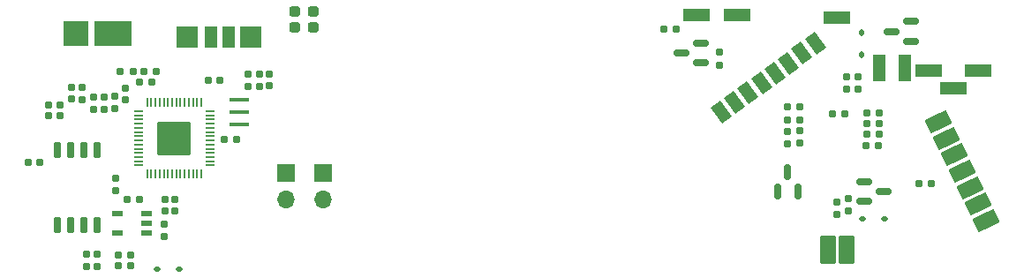
<source format=gbr>
%TF.GenerationSoftware,KiCad,Pcbnew,(7.0.0)*%
%TF.CreationDate,2023-05-05T15:28:03+08:00*%
%TF.ProjectId,opsx_x,6f707378-5f78-42e6-9b69-6361645f7063,2*%
%TF.SameCoordinates,PX18392c0PY51a2700*%
%TF.FileFunction,Soldermask,Top*%
%TF.FilePolarity,Negative*%
%FSLAX46Y46*%
G04 Gerber Fmt 4.6, Leading zero omitted, Abs format (unit mm)*
G04 Created by KiCad (PCBNEW (7.0.0)) date 2023-05-05 15:28:03*
%MOMM*%
%LPD*%
G01*
G04 APERTURE LIST*
G04 Aperture macros list*
%AMRoundRect*
0 Rectangle with rounded corners*
0 $1 Rounding radius*
0 $2 $3 $4 $5 $6 $7 $8 $9 X,Y pos of 4 corners*
0 Add a 4 corners polygon primitive as box body*
4,1,4,$2,$3,$4,$5,$6,$7,$8,$9,$2,$3,0*
0 Add four circle primitives for the rounded corners*
1,1,$1+$1,$2,$3*
1,1,$1+$1,$4,$5*
1,1,$1+$1,$6,$7*
1,1,$1+$1,$8,$9*
0 Add four rect primitives between the rounded corners*
20,1,$1+$1,$2,$3,$4,$5,0*
20,1,$1+$1,$4,$5,$6,$7,0*
20,1,$1+$1,$6,$7,$8,$9,0*
20,1,$1+$1,$8,$9,$2,$3,0*%
G04 Aperture macros list end*
%ADD10R,1.000001X0.599999*%
%ADD11RoundRect,0.050800X0.951908X-0.408499X-0.094350X1.031551X-0.951908X0.408499X0.094350X-1.031551X0*%
%ADD12RoundRect,0.050800X-0.975000X-0.975000X0.975000X-0.975000X0.975000X0.975000X-0.975000X0.975000X0*%
%ADD13RoundRect,0.050800X-0.683115X-1.061932X1.257381X-0.115488X0.683115X1.061932X-1.257381X0.115488X0*%
%ADD14RoundRect,0.050800X-1.206500X-0.571500X1.206500X-0.571500X1.206500X0.571500X-1.206500X0.571500X0*%
%ADD15RoundRect,0.050800X-0.525000X-0.975000X0.525000X-0.975000X0.525000X0.975000X-0.525000X0.975000X0*%
%ADD16RoundRect,0.050800X-0.685800X-1.270000X0.685800X-1.270000X0.685800X1.270000X-0.685800X1.270000X0*%
%ADD17RoundRect,0.050800X0.571500X-1.206500X0.571500X1.206500X-0.571500X1.206500X-0.571500X-1.206500X0*%
%ADD18RoundRect,0.050800X1.750000X-1.155000X1.750000X1.155000X-1.750000X1.155000X-1.750000X-1.155000X0*%
%ADD19RoundRect,0.050800X-1.155000X-1.155000X1.155000X-1.155000X1.155000X1.155000X-1.155000X1.155000X0*%
%ADD20RoundRect,0.112500X-0.187500X-0.112500X0.187500X-0.112500X0.187500X0.112500X-0.187500X0.112500X0*%
%ADD21RoundRect,0.160000X-0.160000X0.197500X-0.160000X-0.197500X0.160000X-0.197500X0.160000X0.197500X0*%
%ADD22RoundRect,0.160000X0.197500X0.160000X-0.197500X0.160000X-0.197500X-0.160000X0.197500X-0.160000X0*%
%ADD23RoundRect,0.155000X0.155000X-0.212500X0.155000X0.212500X-0.155000X0.212500X-0.155000X-0.212500X0*%
%ADD24RoundRect,0.160000X-0.197500X-0.160000X0.197500X-0.160000X0.197500X0.160000X-0.197500X0.160000X0*%
%ADD25RoundRect,0.160000X0.160000X-0.197500X0.160000X0.197500X-0.160000X0.197500X-0.160000X-0.197500X0*%
%ADD26RoundRect,0.150000X0.150000X-0.587500X0.150000X0.587500X-0.150000X0.587500X-0.150000X-0.587500X0*%
%ADD27RoundRect,0.150000X0.587500X0.150000X-0.587500X0.150000X-0.587500X-0.150000X0.587500X-0.150000X0*%
%ADD28RoundRect,0.150000X-0.587500X-0.150000X0.587500X-0.150000X0.587500X0.150000X-0.587500X0.150000X0*%
%ADD29RoundRect,0.155000X-0.155000X0.212500X-0.155000X-0.212500X0.155000X-0.212500X0.155000X0.212500X0*%
%ADD30RoundRect,0.155000X0.212500X0.155000X-0.212500X0.155000X-0.212500X-0.155000X0.212500X-0.155000X0*%
%ADD31RoundRect,0.155000X-0.212500X-0.155000X0.212500X-0.155000X0.212500X0.155000X-0.212500X0.155000X0*%
%ADD32R,1.900000X0.400000*%
%ADD33RoundRect,0.112500X0.112500X-0.187500X0.112500X0.187500X-0.112500X0.187500X-0.112500X-0.187500X0*%
%ADD34RoundRect,0.237500X0.287500X0.237500X-0.287500X0.237500X-0.287500X-0.237500X0.287500X-0.237500X0*%
%ADD35R,1.700000X1.700000*%
%ADD36O,1.700000X1.700000*%
%ADD37RoundRect,0.150000X0.150000X-0.650000X0.150000X0.650000X-0.150000X0.650000X-0.150000X-0.650000X0*%
%ADD38RoundRect,0.050000X0.050000X-0.387500X0.050000X0.387500X-0.050000X0.387500X-0.050000X-0.387500X0*%
%ADD39RoundRect,0.050000X0.387500X-0.050000X0.387500X0.050000X-0.387500X0.050000X-0.387500X-0.050000X0*%
%ADD40RoundRect,0.144000X1.456000X-1.456000X1.456000X1.456000X-1.456000X1.456000X-1.456000X-1.456000X0*%
G04 APERTURE END LIST*
D10*
%TO.C,U2*%
X12800000Y5655998D03*
X12800000Y6605999D03*
X12800000Y7555997D03*
X10050000Y7555997D03*
X10050000Y5655998D03*
%TD*%
D11*
%TO.C,sx1*%
X70508973Y19129943D03*
X71803400Y20070400D03*
D12*
X22832200Y24439200D03*
D11*
X76981109Y23832225D03*
D13*
X91844000Y10012000D03*
D11*
X67920118Y17249030D03*
D13*
X91076850Y11584890D03*
D14*
X87850918Y21206119D03*
X90177600Y19522400D03*
D11*
X74392254Y21951312D03*
X73097827Y21010856D03*
D14*
X92555200Y21238800D03*
D11*
X75686681Y22891769D03*
D14*
X65539703Y26572322D03*
X69502000Y26609000D03*
D13*
X92611149Y8439110D03*
X93378299Y6866221D03*
X88775402Y16303558D03*
X89542551Y14730669D03*
D15*
X19047600Y24439200D03*
X20698600Y24464600D03*
D16*
X78178800Y4068400D03*
X79956800Y4068400D03*
D17*
X83102281Y21452000D03*
X85559400Y21452000D03*
D14*
X79056287Y26357169D03*
D18*
X9624200Y24769400D03*
D19*
X6083594Y24798572D03*
D11*
X69214545Y18189487D03*
D13*
X90309701Y13157779D03*
D12*
X16685400Y24426500D03*
%TD*%
D20*
%TO.C,D1*%
X13850000Y2200000D03*
X15950000Y2200000D03*
%TD*%
D21*
%TO.C,R10*%
X22600000Y20897500D03*
X22600000Y19702500D03*
%TD*%
D22*
%TO.C,R35*%
X21472500Y14650000D03*
X20277500Y14650000D03*
%TD*%
D23*
%TO.C,C8*%
X6625000Y18482500D03*
X6625000Y19617500D03*
%TD*%
D24*
%TO.C,R12*%
X12177500Y20150000D03*
X13372500Y20150000D03*
%TD*%
%TO.C,R34*%
X10327500Y21175000D03*
X11522500Y21175000D03*
%TD*%
D25*
%TO.C,R1*%
X7784000Y17502500D03*
X7784000Y18697500D03*
%TD*%
D26*
%TO.C,Q3*%
X73375000Y9637500D03*
X75275000Y9637500D03*
X74325000Y11512500D03*
%TD*%
D27*
%TO.C,Q2*%
X86187500Y24050000D03*
X86187500Y25950000D03*
X84312500Y25000000D03*
%TD*%
D25*
%TO.C,R25*%
X81100000Y19427500D03*
X81100000Y20622500D03*
%TD*%
D28*
%TO.C,Q1*%
X81637500Y10600000D03*
X81637500Y8700000D03*
X83512500Y9650000D03*
%TD*%
D21*
%TO.C,R15*%
X74275000Y16527500D03*
X74275000Y17722500D03*
%TD*%
D27*
%TO.C,Q4*%
X66040000Y21978000D03*
X66040000Y23878000D03*
X64165000Y22928000D03*
%TD*%
D29*
%TO.C,C4*%
X14484000Y6467500D03*
X14484000Y5332500D03*
%TD*%
D30*
%TO.C,C14*%
X2617500Y12450000D03*
X1482500Y12450000D03*
%TD*%
D25*
%TO.C,R31*%
X67800000Y21777500D03*
X67800000Y22972500D03*
%TD*%
D23*
%TO.C,C6*%
X5625000Y18507500D03*
X5625000Y19642500D03*
%TD*%
D24*
%TO.C,R32*%
X62452500Y25175000D03*
X63647500Y25175000D03*
%TD*%
D21*
%TO.C,R16*%
X74275000Y15372500D03*
X74275000Y14177500D03*
%TD*%
D23*
%TO.C,C2*%
X24600000Y19757500D03*
X24600000Y20892500D03*
%TD*%
D22*
%TO.C,R6*%
X11300000Y2500000D03*
X10105000Y2500000D03*
%TD*%
D21*
%TO.C,R14*%
X75500000Y15447500D03*
X75500000Y14252500D03*
%TD*%
D31*
%TO.C,C10*%
X18736500Y20322000D03*
X19871500Y20322000D03*
%TD*%
D25*
%TO.C,R23*%
X80100000Y7786500D03*
X80100000Y8981500D03*
%TD*%
D32*
%TO.C,Y1*%
X21699999Y16049999D03*
X21699999Y17249999D03*
X21699999Y18449999D03*
%TD*%
D33*
%TO.C,D4*%
X81425000Y22750000D03*
X81425000Y24850000D03*
%TD*%
D24*
%TO.C,R18*%
X81902500Y17200000D03*
X83097500Y17200000D03*
%TD*%
%TO.C,R5*%
X10105000Y3500000D03*
X11300000Y3500000D03*
%TD*%
D22*
%TO.C,R19*%
X83072500Y15100000D03*
X81877500Y15100000D03*
%TD*%
D34*
%TO.C,D5*%
X28815000Y25402000D03*
X27065000Y25402000D03*
%TD*%
D35*
%TO.C,J1*%
X29799999Y11424999D03*
D36*
X29799999Y8884999D03*
%TD*%
D34*
%TO.C,D6*%
X28815000Y26926000D03*
X27065000Y26926000D03*
%TD*%
D25*
%TO.C,R9*%
X23625000Y19702500D03*
X23625000Y20897500D03*
%TD*%
D22*
%TO.C,R17*%
X83097500Y16175000D03*
X81902500Y16175000D03*
%TD*%
D30*
%TO.C,C12*%
X4567500Y17900000D03*
X3432500Y17900000D03*
%TD*%
D20*
%TO.C,D3*%
X81525000Y7000000D03*
X83625000Y7000000D03*
%TD*%
D22*
%TO.C,R33*%
X79772500Y17075000D03*
X78577500Y17075000D03*
%TD*%
D25*
%TO.C,R24*%
X80000000Y19427500D03*
X80000000Y20622500D03*
%TD*%
D37*
%TO.C,U3*%
X4295000Y6400000D03*
X5565000Y6400000D03*
X6835000Y6400000D03*
X8105000Y6400000D03*
X8105000Y13600000D03*
X6835000Y13600000D03*
X5565000Y13600000D03*
X4295000Y13600000D03*
%TD*%
D29*
%TO.C,C7*%
X9850000Y10867500D03*
X9850000Y9732500D03*
%TD*%
D23*
%TO.C,C1*%
X9775000Y17632500D03*
X9775000Y18767500D03*
%TD*%
D25*
%TO.C,R2*%
X8800000Y17502500D03*
X8800000Y18697500D03*
%TD*%
D24*
%TO.C,R21*%
X86930000Y10416000D03*
X88125000Y10416000D03*
%TD*%
D35*
%TO.C,J3*%
X26199999Y11424999D03*
D36*
X26199999Y8884999D03*
%TD*%
D24*
%TO.C,R11*%
X12602500Y21150000D03*
X13797500Y21150000D03*
%TD*%
D25*
%TO.C,R4*%
X8128000Y2452500D03*
X8128000Y3647500D03*
%TD*%
D21*
%TO.C,R13*%
X75475000Y16527500D03*
X75475000Y17722500D03*
%TD*%
D30*
%TO.C,C3*%
X4567500Y16900000D03*
X3432500Y16900000D03*
%TD*%
D24*
%TO.C,R20*%
X81852500Y14075000D03*
X83047500Y14075000D03*
%TD*%
D29*
%TO.C,C9*%
X14600000Y8867500D03*
X14600000Y7732500D03*
%TD*%
D23*
%TO.C,C13*%
X10775000Y18407500D03*
X10775000Y19542500D03*
%TD*%
D30*
%TO.C,C5*%
X12117500Y8900000D03*
X10982500Y8900000D03*
%TD*%
D38*
%TO.C,U1*%
X12887500Y11300000D03*
X13287500Y11300000D03*
X13687500Y11300000D03*
X14087500Y11300000D03*
X14487500Y11300000D03*
X14887500Y11300000D03*
X15287500Y11300000D03*
X15687500Y11300000D03*
X16087500Y11300000D03*
X16487500Y11300000D03*
X16887500Y11300000D03*
X17287500Y11300000D03*
X17687500Y11300000D03*
X18087500Y11300000D03*
D39*
X18925000Y12137500D03*
X18925000Y12537500D03*
X18925000Y12937500D03*
X18925000Y13337500D03*
X18925000Y13737500D03*
X18925000Y14137500D03*
X18925000Y14537500D03*
X18925000Y14937500D03*
X18925000Y15337500D03*
X18925000Y15737500D03*
X18925000Y16137500D03*
X18925000Y16537500D03*
X18925000Y16937500D03*
X18925000Y17337500D03*
D38*
X18087500Y18175000D03*
X17687500Y18175000D03*
X17287500Y18175000D03*
X16887500Y18175000D03*
X16487500Y18175000D03*
X16087500Y18175000D03*
X15687500Y18175000D03*
X15287500Y18175000D03*
X14887500Y18175000D03*
X14487500Y18175000D03*
X14087500Y18175000D03*
X13687500Y18175000D03*
X13287500Y18175000D03*
X12887500Y18175000D03*
D39*
X12050000Y17337500D03*
X12050000Y16937500D03*
X12050000Y16537500D03*
X12050000Y16137500D03*
X12050000Y15737500D03*
X12050000Y15337500D03*
X12050000Y14937500D03*
X12050000Y14537500D03*
X12050000Y14137500D03*
X12050000Y13737500D03*
X12050000Y13337500D03*
X12050000Y12937500D03*
X12050000Y12537500D03*
X12050000Y12137500D03*
D40*
X15487500Y14737500D03*
%TD*%
D25*
%TO.C,R3*%
X7112000Y2452500D03*
X7112000Y3647500D03*
%TD*%
%TO.C,R22*%
X79075000Y7436500D03*
X79075000Y8631500D03*
%TD*%
D29*
%TO.C,C11*%
X15575000Y8867500D03*
X15575000Y7732500D03*
%TD*%
M02*

</source>
